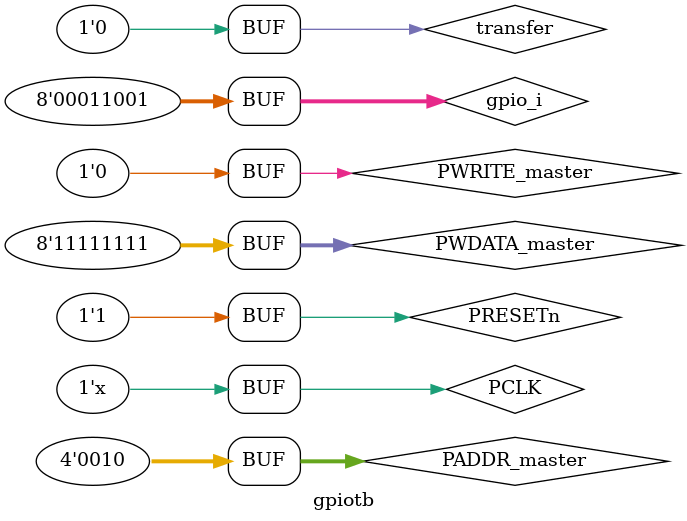
<source format=v>

/*************************************************************** APB BUS ****************************************************************************************************/
module APB(PCLK,PREADY,PRESETn,PENABLE,PADDR,PSEL,transfer,current_state,PWDATA_master,PWDATA,PADDR_master,PWRITE_master,PWRITE,PRDATA_master,PRDATA);

// Inputs from Master
input PCLK,PREADY,PRESETn,transfer;
input PWRITE_master;
output reg PWRITE;
output reg PENABLE,PSEL;

output reg [7:0] PWDATA,PRDATA_master;

input[7:0] PRDATA;
input[7:0] PWDATA_master;

input [3:0] PADDR_master;
output reg [3:0] PADDR;
localparam IDLE=2'b00,SETUP=2'b01,ACCESS= 2'b10;

output reg [1:0] current_state = IDLE;
reg [1:0] next_state = IDLE;


always @(posedge PCLK or negedge PRESETn)
begin
	if(!PRESETn)
		current_state <= IDLE;
	else
		current_state <= next_state;
end

// FSM
always @(posedge PCLK)
begin
	PWRITE = PWRITE_master;
	case(current_state)
		IDLE: begin
			PSEL = 0;
			PENABLE = 0;
			if(transfer)
				next_state = SETUP;
		 	end
		SETUP: begin
			PENABLE = 0;
			PADDR = PADDR_master;
			if(PWRITE_master) begin
					PWDATA = PWDATA_master;
			end
			if(transfer) 
				begin
				PSEL = 1;
				next_state = ACCESS;
				end
			end
		ACCESS: begin
			PENABLE = 1;
			if(PREADY & transfer) begin
				next_state = SETUP;
				if(!PWRITE_master)
					PRDATA_master = PRDATA;
			end
			else if(!PREADY)
				next_state = ACCESS;
			else if(PREADY & !transfer)
				next_state = IDLE;
			end
	endcase
end


endmodule

/*********************************************** GPIO Module *******************************************************************************/
module GPIO 
(
  input PRESETn,PCLK,
  input PSEL,
  input PENABLE,
  input [3:0] PADDR,
  input PWRITE,
  input [7:0] PWDATA,
  output reg [7:0] PRDATA,
  output PREADY,
  input  [7:0] gpio_i,
  input [1:0] current_state,
  output reg[7:0] out_reg
);
integer n,i;
reg[7:0] mem[0:7];

localparam DIRECTION = 0, OUTPUT = 1, INPUT = 2;
localparam IDLE=2'b00,SETUP=2'b01,ACCESS= 2'b10;
reg [7:0] dir_reg=8'd0;
//reg [7:0] out_reg=8'd0;
reg [7:0] in_reg=8'd0;

assign PREADY  = 1'b1;
/*
// read
always @(posedge PCLK)
begin
	if(!PWRITE)
	case(PADDR)
		DIRECTION: PRDATA = dir_reg;
		OUTPUT:	PRDATA = out_reg;
		INPUT: PRDATA = in_reg;
		default: PRDATA =8'd0;
	endcase
end
*/
always @(*)
begin
     if(current_state==ACCESS) begin
	if(PSEL & PENABLE & !PWRITE)
	begin
		PRDATA=mem[PADDR];
	end
	else if(PSEL & PENABLE & PWRITE)begin
		if(PADDR == DIRECTION)
			dir_reg = mem[PADDR];
		else if(PADDR == OUTPUT)
		begin
			for(n =0;n<8;n=n+1)
				out_reg[n] = dir_reg[n] ? mem[PADDR] : 1'bz;
		end
		else if(PADDR == INPUT)
		begin
			for(i = 0;i<8;i=i+1)
				mem[PADDR][i] = dir_reg[n]? 1'bz : gpio_i[i];
		end
	 end
	end
end

endmodule


/******************************************** APB-GPIO Interface ********************************************************************************/

module APB_GPIO_Interface(PCLK,PRESETn,PADDR_master,transfer,PWRITE_master,PWDATA_master,PRDATA_master,gpio_i,PENABLE,PSEL,out);
// inputs from master
input PCLK,PRESETn,transfer;
input [7:0] gpio_i,PWDATA_master; // to write on gpio pins
input [3:0] PADDR_master;
input PWRITE_master;


// outputs to master
output [7:0] PRDATA_master; 
output reg PENABLE,PSEL;
// wires between apb and gpio
wire PENABLE_IN,PSEL_IN,PREADY_O,PENABLE_O,PSEL_O;
wire [1:0] current_state_in,current_state_out;
wire [7:0] PRDATA;
output reg[7:0] out;
wire[7:0] PWDATA;
wire [3:0] PADDR;
wire PWRITE;
wire PREADY;


APB apb1(.PCLK(PCLK),.PRESETn(PRESETn),.PSEL(PSEL_O),.PWDATA(PWDATA),.PWDATA_master(PWDATA_master),.PENABLE(PENABLE_OUT),.PREADY(PREADY),.current_state(current_state_out),.PADDR(PADDR),.PADDR_master(PADDR_master),.transfer(transfer),.PWRITE_master(PWRITE_master),.PWRITE(PWRITE),.PRDATA_master(PRDATA_master),.PRDATA(PRDATA));

GPIO g1( .PCLK(PCLK) ,.PENABLE(PENABLE_IN) ,.PWRITE(PWRITE),.PSEL(PSEL_IN),.PRESETn(PRESETn),.PWDATA(PWDATA),.PADDR(PADDR),.PREADY(PREADY_O),.PRDATA(PRDATA),.current_state(current_state_in),.gpio_i(gpio_i),.out_reg(out_reg));

//assign PRDATA = PRDATA_O;
assign PENABLE_IN = PENABLE_O;
assign PSEL_IN = PSEL_O;
assign PREADY = PREADY_O;
assign PENABLE = PENABLE_O;
assign PSEL = PSEL_O;
assign current_state_in = current_state_out;
/*always @(*) begin
	if(!PWRITE)
		PRDATA = PRDATA_O;
	else if(PWRITE)
		out = out_reg;*/
//end
endmodule

/********************************************************** Test Bench **********************************************************************/
module gpiotb;

// inputs from master
reg PCLK,transfer,PRESETn,PWRITE_master;
reg [3:0] PADDR_master;
//inputs from master to GPIO
reg[7:0] PWDATA_master;
reg[7:0] gpio_i; // to write on pins

// outputs
wire [7:0] out;
wire[7:0] PRDATA_master;
wire PENABLE,PSEL;

localparam DIRECTION = 0, OUTPUT = 1, INPUT = 2;
APB_GPIO_Interface uut(.PCLK(PCLK),.PRESETn(PRESETn),.transfer(transfer),.PWRITE_master(PWRITE_master),.PADDR_master(PADDR_master),.PWDATA_master(PWDATA_master),.gpio_i(gpio_i),.PRDATA_master(PRDATA_master),.PENABLE(PENABLE),.PSEL(PSEL),.out(out));

always #50 PCLK = ~PCLK;

initial begin
PCLK = 0;
PRESETn = 0;
transfer = 0;
PADDR_master = 0;
PWRITE_master = 0;
PWDATA_master = 0;
gpio_i = 0;
end

initial begin
PRESETn = 1;
// set pin 0,pin1 dir output
PADDR_master = DIRECTION;
PWDATA_master = 8'd3;
PWRITE_master = 1;
transfer = 1;
#100;
transfer = 0;
#50;

// write 2 
PADDR_master = OUTPUT;
PWDATA_master = 8'd2;
PWRITE_master = 1;
transfer = 1;
#100;

transfer = 0;
#50;

// set pin1,pin4,pin5 direction input
PADDR_master = DIRECTION;
PWDATA_master = 8'd255;
PWRITE_master = 1;
transfer =1;
#100;

transfer = 0;
#50;
// write 25 on pins
PADDR_master = INPUT;
gpio_i = 8'd25;
PWRITE_master = 1;
transfer = 1;
#100;

transfer = 0;
#50;

// read
PADDR_master = INPUT;
PWRITE_master = 0;
transfer = 1;
#100;

transfer = 0;

end
endmodule
</source>
